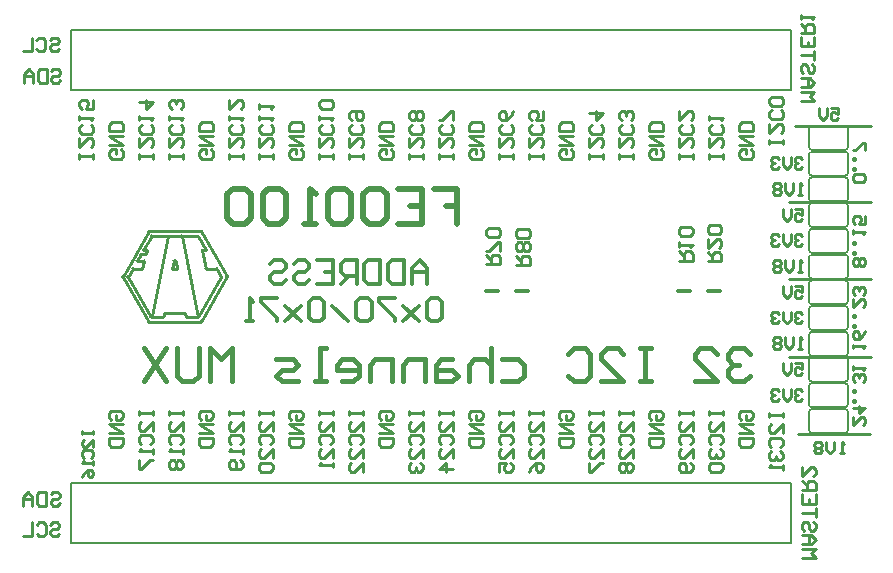
<source format=gbo>
G04*
G04 #@! TF.GenerationSoftware,Altium Limited,Altium Designer,19.1.8 (144)*
G04*
G04 Layer_Color=32896*
%FSLAX44Y44*%
%MOMM*%
G71*
G01*
G75*
%ADD12C,0.3048*%
%ADD14C,0.2000*%
%ADD15C,0.2540*%
%ADD27C,0.4000*%
%ADD28C,0.5000*%
%ADD30C,0.3000*%
%ADD37C,0.2032*%
%ADD38C,0.1270*%
D12*
X206163Y6502D02*
X216323D01*
X231140D02*
X241300D01*
X43434Y6350D02*
X53594D01*
X68411D02*
X78571D01*
D14*
X301900Y-206900D02*
Y-156100D01*
X-307700Y-206900D02*
Y-156100D01*
Y-206900D02*
X301900D01*
X-307700Y-156100D02*
X301900D01*
X-307700Y176500D02*
Y227300D01*
X301900Y176500D02*
Y227300D01*
X-307700D02*
X301900D01*
X-307700Y176500D02*
X301900D01*
D15*
X299974Y82042D02*
X369062D01*
X299974Y17018D02*
X369062D01*
X299974Y-49276D02*
X369062D01*
X305308Y146812D02*
X369062D01*
X307086Y-114046D02*
X368808D01*
X-242326Y57203D02*
X-198326Y57209D01*
X-176321Y19212D01*
X-198316Y-19291D02*
X-176321Y19212D01*
X-242316Y-19297D02*
X-198316Y-19291D01*
X-264321Y18700D02*
X-242316Y-19297D01*
X-264321Y18700D02*
X-242326Y57203D01*
X-239825Y53203D02*
X-200825Y53208D01*
X-193824Y41209D01*
X-196824Y41209D02*
X-193824Y41209D01*
X-196824Y41209D02*
X-193822Y25709D01*
X-184822Y25711D01*
X-180821Y18711D01*
X-200316Y-15292D02*
X-180821Y18711D01*
X-209816Y-15293D02*
X-200316Y-15292D01*
X-210316Y-15293D02*
X-209816Y-15293D01*
X-211816Y-12293D02*
X-210316Y-15293D01*
X-228817Y-12295D02*
X-211816Y-12293D01*
X-230316Y-15296D02*
X-228817Y-12295D01*
X-240316Y-15297D02*
X-230316Y-15296D01*
X-259821Y18700D02*
X-240316Y-15297D01*
X-259821Y18700D02*
X-255822Y25701D01*
X-248322Y25702D01*
X-246322Y32202D01*
X-252323Y32201D02*
X-246322Y32202D01*
X-252323Y32201D02*
X-248823Y37702D01*
X-244823Y37703D01*
X-243824Y41203D01*
X-246824Y41202D02*
X-243824Y41203D01*
X-246824Y41202D02*
X-239825Y53203D01*
X-239816Y-14797D02*
X-226325Y53205D01*
X-214325Y53207D02*
X-200316Y-15292D01*
X-222322Y25705D02*
X-218322Y25706D01*
X-219322Y32206D02*
X-218322Y25706D01*
X-220823Y32206D02*
X-219322Y32206D01*
X-222322Y25705D02*
X-220823Y32206D01*
X-298557Y-111760D02*
Y-114759D01*
Y-113259D01*
X-289560D01*
Y-111760D01*
Y-114759D01*
Y-125256D02*
Y-119258D01*
X-295558Y-125256D01*
X-297058D01*
X-298557Y-123756D01*
Y-120757D01*
X-297058Y-119258D01*
Y-134253D02*
X-298557Y-132753D01*
Y-129754D01*
X-297058Y-128255D01*
X-291059D01*
X-289560Y-129754D01*
Y-132753D01*
X-291059Y-134253D01*
X-289560Y-137252D02*
Y-140251D01*
Y-138751D01*
X-298557D01*
X-297058Y-137252D01*
X-298557Y-150747D02*
X-297058Y-147748D01*
X-294058Y-144749D01*
X-291059D01*
X-289560Y-146249D01*
Y-149248D01*
X-291059Y-150747D01*
X-292559D01*
X-294058Y-149248D01*
Y-144749D01*
X-250510Y-94488D02*
Y-98320D01*
Y-96404D01*
X-239014D01*
Y-94488D01*
Y-98320D01*
Y-111732D02*
Y-104068D01*
X-246678Y-111732D01*
X-248594D01*
X-250510Y-109816D01*
Y-105984D01*
X-248594Y-104068D01*
Y-123229D02*
X-250510Y-121313D01*
Y-117481D01*
X-248594Y-115564D01*
X-240930D01*
X-239014Y-117481D01*
Y-121313D01*
X-240930Y-123229D01*
X-239014Y-127061D02*
Y-130893D01*
Y-128977D01*
X-250510D01*
X-248594Y-127061D01*
X-250510Y-136641D02*
Y-144305D01*
X-248594D01*
X-240930Y-136641D01*
X-239014D01*
X-225110Y-94488D02*
Y-98320D01*
Y-96404D01*
X-213614D01*
Y-94488D01*
Y-98320D01*
Y-111732D02*
Y-104068D01*
X-221278Y-111732D01*
X-223194D01*
X-225110Y-109816D01*
Y-105984D01*
X-223194Y-104068D01*
Y-123229D02*
X-225110Y-121313D01*
Y-117481D01*
X-223194Y-115564D01*
X-215530D01*
X-213614Y-117481D01*
Y-121313D01*
X-215530Y-123229D01*
X-213614Y-127061D02*
Y-130893D01*
Y-128977D01*
X-225110D01*
X-223194Y-127061D01*
Y-136641D02*
X-225110Y-138557D01*
Y-142389D01*
X-223194Y-144305D01*
X-221278D01*
X-219362Y-142389D01*
X-217446Y-144305D01*
X-215530D01*
X-213614Y-142389D01*
Y-138557D01*
X-215530Y-136641D01*
X-217446D01*
X-219362Y-138557D01*
X-221278Y-136641D01*
X-223194D01*
X-219362Y-138557D02*
Y-142389D01*
X-174310Y-94488D02*
Y-98320D01*
Y-96404D01*
X-162814D01*
Y-94488D01*
Y-98320D01*
Y-111732D02*
Y-104068D01*
X-170478Y-111732D01*
X-172394D01*
X-174310Y-109816D01*
Y-105984D01*
X-172394Y-104068D01*
Y-123229D02*
X-174310Y-121313D01*
Y-117481D01*
X-172394Y-115564D01*
X-164730D01*
X-162814Y-117481D01*
Y-121313D01*
X-164730Y-123229D01*
X-162814Y-127061D02*
Y-130893D01*
Y-128977D01*
X-174310D01*
X-172394Y-127061D01*
X-164730Y-136641D02*
X-162814Y-138557D01*
Y-142389D01*
X-164730Y-144305D01*
X-172394D01*
X-174310Y-142389D01*
Y-138557D01*
X-172394Y-136641D01*
X-170478D01*
X-168562Y-138557D01*
Y-144305D01*
X-148910Y-94488D02*
Y-98320D01*
Y-96404D01*
X-137414D01*
Y-94488D01*
Y-98320D01*
Y-111732D02*
Y-104068D01*
X-145078Y-111732D01*
X-146994D01*
X-148910Y-109816D01*
Y-105984D01*
X-146994Y-104068D01*
Y-123229D02*
X-148910Y-121313D01*
Y-117481D01*
X-146994Y-115564D01*
X-139330D01*
X-137414Y-117481D01*
Y-121313D01*
X-139330Y-123229D01*
X-137414Y-134725D02*
Y-127061D01*
X-145078Y-134725D01*
X-146994D01*
X-148910Y-132809D01*
Y-128977D01*
X-146994Y-127061D01*
Y-138557D02*
X-148910Y-140473D01*
Y-144305D01*
X-146994Y-146221D01*
X-139330D01*
X-137414Y-144305D01*
Y-140473D01*
X-139330Y-138557D01*
X-146994D01*
X-98110Y-94488D02*
Y-98320D01*
Y-96404D01*
X-86614D01*
Y-94488D01*
Y-98320D01*
Y-111732D02*
Y-104068D01*
X-94278Y-111732D01*
X-96194D01*
X-98110Y-109816D01*
Y-105984D01*
X-96194Y-104068D01*
Y-123229D02*
X-98110Y-121313D01*
Y-117481D01*
X-96194Y-115564D01*
X-88530D01*
X-86614Y-117481D01*
Y-121313D01*
X-88530Y-123229D01*
X-86614Y-134725D02*
Y-127061D01*
X-94278Y-134725D01*
X-96194D01*
X-98110Y-132809D01*
Y-128977D01*
X-96194Y-127061D01*
X-86614Y-138557D02*
Y-142389D01*
Y-140473D01*
X-98110D01*
X-96194Y-138557D01*
X-72710Y-94488D02*
Y-98320D01*
Y-96404D01*
X-61214D01*
Y-94488D01*
Y-98320D01*
Y-111732D02*
Y-104068D01*
X-68878Y-111732D01*
X-70794D01*
X-72710Y-109816D01*
Y-105984D01*
X-70794Y-104068D01*
Y-123229D02*
X-72710Y-121313D01*
Y-117481D01*
X-70794Y-115564D01*
X-63130D01*
X-61214Y-117481D01*
Y-121313D01*
X-63130Y-123229D01*
X-61214Y-134725D02*
Y-127061D01*
X-68878Y-134725D01*
X-70794D01*
X-72710Y-132809D01*
Y-128977D01*
X-70794Y-127061D01*
X-61214Y-146221D02*
Y-138557D01*
X-68878Y-146221D01*
X-70794D01*
X-72710Y-144305D01*
Y-140473D01*
X-70794Y-138557D01*
X-21910Y-94488D02*
Y-98320D01*
Y-96404D01*
X-10414D01*
Y-94488D01*
Y-98320D01*
Y-111732D02*
Y-104068D01*
X-18078Y-111732D01*
X-19994D01*
X-21910Y-109816D01*
Y-105984D01*
X-19994Y-104068D01*
Y-123229D02*
X-21910Y-121313D01*
Y-117481D01*
X-19994Y-115564D01*
X-12330D01*
X-10414Y-117481D01*
Y-121313D01*
X-12330Y-123229D01*
X-10414Y-134725D02*
Y-127061D01*
X-18078Y-134725D01*
X-19994D01*
X-21910Y-132809D01*
Y-128977D01*
X-19994Y-127061D01*
Y-138557D02*
X-21910Y-140473D01*
Y-144305D01*
X-19994Y-146221D01*
X-18078D01*
X-16162Y-144305D01*
Y-142389D01*
Y-144305D01*
X-14246Y-146221D01*
X-12330D01*
X-10414Y-144305D01*
Y-140473D01*
X-12330Y-138557D01*
X3490Y-94488D02*
Y-98320D01*
Y-96404D01*
X14986D01*
Y-94488D01*
Y-98320D01*
Y-111732D02*
Y-104068D01*
X7322Y-111732D01*
X5406D01*
X3490Y-109816D01*
Y-105984D01*
X5406Y-104068D01*
Y-123229D02*
X3490Y-121313D01*
Y-117481D01*
X5406Y-115564D01*
X13070D01*
X14986Y-117481D01*
Y-121313D01*
X13070Y-123229D01*
X14986Y-134725D02*
Y-127061D01*
X7322Y-134725D01*
X5406D01*
X3490Y-132809D01*
Y-128977D01*
X5406Y-127061D01*
X14986Y-144305D02*
X3490D01*
X9238Y-138557D01*
Y-146221D01*
X54290Y-94488D02*
Y-98320D01*
Y-96404D01*
X65786D01*
Y-94488D01*
Y-98320D01*
Y-111732D02*
Y-104068D01*
X58122Y-111732D01*
X56206D01*
X54290Y-109816D01*
Y-105984D01*
X56206Y-104068D01*
Y-123229D02*
X54290Y-121313D01*
Y-117481D01*
X56206Y-115564D01*
X63870D01*
X65786Y-117481D01*
Y-121313D01*
X63870Y-123229D01*
X65786Y-134725D02*
Y-127061D01*
X58122Y-134725D01*
X56206D01*
X54290Y-132809D01*
Y-128977D01*
X56206Y-127061D01*
X54290Y-146221D02*
Y-138557D01*
X60038D01*
X58122Y-142389D01*
Y-144305D01*
X60038Y-146221D01*
X63870D01*
X65786Y-144305D01*
Y-140473D01*
X63870Y-138557D01*
X79690Y-94488D02*
Y-98320D01*
Y-96404D01*
X91186D01*
Y-94488D01*
Y-98320D01*
Y-111732D02*
Y-104068D01*
X83522Y-111732D01*
X81606D01*
X79690Y-109816D01*
Y-105984D01*
X81606Y-104068D01*
Y-123229D02*
X79690Y-121313D01*
Y-117481D01*
X81606Y-115564D01*
X89270D01*
X91186Y-117481D01*
Y-121313D01*
X89270Y-123229D01*
X91186Y-134725D02*
Y-127061D01*
X83522Y-134725D01*
X81606D01*
X79690Y-132809D01*
Y-128977D01*
X81606Y-127061D01*
X79690Y-146221D02*
X81606Y-142389D01*
X85438Y-138557D01*
X89270D01*
X91186Y-140473D01*
Y-144305D01*
X89270Y-146221D01*
X87354D01*
X85438Y-144305D01*
Y-138557D01*
X130490Y-94488D02*
Y-98320D01*
Y-96404D01*
X141986D01*
Y-94488D01*
Y-98320D01*
Y-111732D02*
Y-104068D01*
X134322Y-111732D01*
X132406D01*
X130490Y-109816D01*
Y-105984D01*
X132406Y-104068D01*
Y-123229D02*
X130490Y-121313D01*
Y-117481D01*
X132406Y-115564D01*
X140070D01*
X141986Y-117481D01*
Y-121313D01*
X140070Y-123229D01*
X141986Y-134725D02*
Y-127061D01*
X134322Y-134725D01*
X132406D01*
X130490Y-132809D01*
Y-128977D01*
X132406Y-127061D01*
X130490Y-138557D02*
Y-146221D01*
X132406D01*
X140070Y-138557D01*
X141986D01*
X155890Y-94488D02*
Y-98320D01*
Y-96404D01*
X167386D01*
Y-94488D01*
Y-98320D01*
Y-111732D02*
Y-104068D01*
X159722Y-111732D01*
X157806D01*
X155890Y-109816D01*
Y-105984D01*
X157806Y-104068D01*
Y-123229D02*
X155890Y-121313D01*
Y-117481D01*
X157806Y-115564D01*
X165470D01*
X167386Y-117481D01*
Y-121313D01*
X165470Y-123229D01*
X167386Y-134725D02*
Y-127061D01*
X159722Y-134725D01*
X157806D01*
X155890Y-132809D01*
Y-128977D01*
X157806Y-127061D01*
Y-138557D02*
X155890Y-140473D01*
Y-144305D01*
X157806Y-146221D01*
X159722D01*
X161638Y-144305D01*
X163554Y-146221D01*
X165470D01*
X167386Y-144305D01*
Y-140473D01*
X165470Y-138557D01*
X163554D01*
X161638Y-140473D01*
X159722Y-138557D01*
X157806D01*
X161638Y-140473D02*
Y-144305D01*
X206690Y-94488D02*
Y-98320D01*
Y-96404D01*
X218186D01*
Y-94488D01*
Y-98320D01*
Y-111732D02*
Y-104068D01*
X210522Y-111732D01*
X208606D01*
X206690Y-109816D01*
Y-105984D01*
X208606Y-104068D01*
Y-123229D02*
X206690Y-121313D01*
Y-117481D01*
X208606Y-115564D01*
X216270D01*
X218186Y-117481D01*
Y-121313D01*
X216270Y-123229D01*
X218186Y-134725D02*
Y-127061D01*
X210522Y-134725D01*
X208606D01*
X206690Y-132809D01*
Y-128977D01*
X208606Y-127061D01*
X216270Y-138557D02*
X218186Y-140473D01*
Y-144305D01*
X216270Y-146221D01*
X208606D01*
X206690Y-144305D01*
Y-140473D01*
X208606Y-138557D01*
X210522D01*
X212438Y-140473D01*
Y-146221D01*
X232090Y-94488D02*
Y-98320D01*
Y-96404D01*
X243586D01*
Y-94488D01*
Y-98320D01*
Y-111732D02*
Y-104068D01*
X235922Y-111732D01*
X234006D01*
X232090Y-109816D01*
Y-105984D01*
X234006Y-104068D01*
Y-123229D02*
X232090Y-121313D01*
Y-117481D01*
X234006Y-115564D01*
X241670D01*
X243586Y-117481D01*
Y-121313D01*
X241670Y-123229D01*
X234006Y-127061D02*
X232090Y-128977D01*
Y-132809D01*
X234006Y-134725D01*
X235922D01*
X237838Y-132809D01*
Y-130893D01*
Y-132809D01*
X239754Y-134725D01*
X241670D01*
X243586Y-132809D01*
Y-128977D01*
X241670Y-127061D01*
X234006Y-138557D02*
X232090Y-140473D01*
Y-144305D01*
X234006Y-146221D01*
X241670D01*
X243586Y-144305D01*
Y-140473D01*
X241670Y-138557D01*
X234006D01*
X282890Y-96520D02*
Y-100352D01*
Y-98436D01*
X294386D01*
Y-96520D01*
Y-100352D01*
Y-113764D02*
Y-106100D01*
X286722Y-113764D01*
X284806D01*
X282890Y-111848D01*
Y-108016D01*
X284806Y-106100D01*
Y-125261D02*
X282890Y-123345D01*
Y-119513D01*
X284806Y-117597D01*
X292470D01*
X294386Y-119513D01*
Y-123345D01*
X292470Y-125261D01*
X284806Y-129093D02*
X282890Y-131009D01*
Y-134841D01*
X284806Y-136757D01*
X286722D01*
X288638Y-134841D01*
Y-132925D01*
Y-134841D01*
X290554Y-136757D01*
X292470D01*
X294386Y-134841D01*
Y-131009D01*
X292470Y-129093D01*
X294386Y-140589D02*
Y-144421D01*
Y-142505D01*
X282890D01*
X284806Y-140589D01*
X-273994Y-102152D02*
X-275910Y-100236D01*
Y-96404D01*
X-273994Y-94488D01*
X-266330D01*
X-264414Y-96404D01*
Y-100236D01*
X-266330Y-102152D01*
X-270162D01*
Y-98320D01*
X-264414Y-105984D02*
X-275910D01*
X-264414Y-113649D01*
X-275910D01*
Y-117481D02*
X-264414D01*
Y-123229D01*
X-266330Y-125145D01*
X-273994D01*
X-275910Y-123229D01*
Y-117481D01*
X-197794Y-102152D02*
X-199710Y-100236D01*
Y-96404D01*
X-197794Y-94488D01*
X-190130D01*
X-188214Y-96404D01*
Y-100236D01*
X-190130Y-102152D01*
X-193962D01*
Y-98320D01*
X-188214Y-105984D02*
X-199710D01*
X-188214Y-113649D01*
X-199710D01*
Y-117481D02*
X-188214D01*
Y-123229D01*
X-190130Y-125145D01*
X-197794D01*
X-199710Y-123229D01*
Y-117481D01*
X-121594Y-102152D02*
X-123510Y-100236D01*
Y-96404D01*
X-121594Y-94488D01*
X-113930D01*
X-112014Y-96404D01*
Y-100236D01*
X-113930Y-102152D01*
X-117762D01*
Y-98320D01*
X-112014Y-105984D02*
X-123510D01*
X-112014Y-113649D01*
X-123510D01*
Y-117481D02*
X-112014D01*
Y-123229D01*
X-113930Y-125145D01*
X-121594D01*
X-123510Y-123229D01*
Y-117481D01*
X-45394Y-102152D02*
X-47310Y-100236D01*
Y-96404D01*
X-45394Y-94488D01*
X-37730D01*
X-35814Y-96404D01*
Y-100236D01*
X-37730Y-102152D01*
X-41562D01*
Y-98320D01*
X-35814Y-105984D02*
X-47310D01*
X-35814Y-113649D01*
X-47310D01*
Y-117481D02*
X-35814D01*
Y-123229D01*
X-37730Y-125145D01*
X-45394D01*
X-47310Y-123229D01*
Y-117481D01*
X30806Y-102152D02*
X28890Y-100236D01*
Y-96404D01*
X30806Y-94488D01*
X38470D01*
X40386Y-96404D01*
Y-100236D01*
X38470Y-102152D01*
X34638D01*
Y-98320D01*
X40386Y-105984D02*
X28890D01*
X40386Y-113649D01*
X28890D01*
Y-117481D02*
X40386D01*
Y-123229D01*
X38470Y-125145D01*
X30806D01*
X28890Y-123229D01*
Y-117481D01*
X107006Y-102152D02*
X105090Y-100236D01*
Y-96404D01*
X107006Y-94488D01*
X114670D01*
X116586Y-96404D01*
Y-100236D01*
X114670Y-102152D01*
X110838D01*
Y-98320D01*
X116586Y-105984D02*
X105090D01*
X116586Y-113649D01*
X105090D01*
Y-117481D02*
X116586D01*
Y-123229D01*
X114670Y-125145D01*
X107006D01*
X105090Y-123229D01*
Y-117481D01*
X183206Y-102152D02*
X181290Y-100236D01*
Y-96404D01*
X183206Y-94488D01*
X190870D01*
X192786Y-96404D01*
Y-100236D01*
X190870Y-102152D01*
X187038D01*
Y-98320D01*
X192786Y-105984D02*
X181290D01*
X192786Y-113649D01*
X181290D01*
Y-117481D02*
X192786D01*
Y-123229D01*
X190870Y-125145D01*
X183206D01*
X181290Y-123229D01*
Y-117481D01*
X259406Y-102152D02*
X257490Y-100236D01*
Y-96404D01*
X259406Y-94488D01*
X267070D01*
X268986Y-96404D01*
Y-100236D01*
X267070Y-102152D01*
X263238D01*
Y-98320D01*
X268986Y-105984D02*
X257490D01*
X268986Y-113649D01*
X257490D01*
Y-117481D02*
X268986D01*
Y-123229D01*
X267070Y-125145D01*
X259406D01*
X257490Y-123229D01*
Y-117481D01*
X-266010Y126536D02*
X-264094Y124620D01*
Y120788D01*
X-266010Y118872D01*
X-273674D01*
X-275590Y120788D01*
Y124620D01*
X-273674Y126536D01*
X-269842D01*
Y122704D01*
X-275590Y130368D02*
X-264094D01*
X-275590Y138033D01*
X-264094D01*
Y141865D02*
X-275590D01*
Y147613D01*
X-273674Y149529D01*
X-266010D01*
X-264094Y147613D01*
Y141865D01*
X-189810Y126536D02*
X-187894Y124620D01*
Y120788D01*
X-189810Y118872D01*
X-197474D01*
X-199390Y120788D01*
Y124620D01*
X-197474Y126536D01*
X-193642D01*
Y122704D01*
X-199390Y130368D02*
X-187894D01*
X-199390Y138033D01*
X-187894D01*
Y141865D02*
X-199390D01*
Y147613D01*
X-197474Y149529D01*
X-189810D01*
X-187894Y147613D01*
Y141865D01*
X-113610Y126536D02*
X-111694Y124620D01*
Y120788D01*
X-113610Y118872D01*
X-121274D01*
X-123190Y120788D01*
Y124620D01*
X-121274Y126536D01*
X-117442D01*
Y122704D01*
X-123190Y130368D02*
X-111694D01*
X-123190Y138033D01*
X-111694D01*
Y141865D02*
X-123190D01*
Y147613D01*
X-121274Y149529D01*
X-113610D01*
X-111694Y147613D01*
Y141865D01*
X-37410Y126536D02*
X-35494Y124620D01*
Y120788D01*
X-37410Y118872D01*
X-45074D01*
X-46990Y120788D01*
Y124620D01*
X-45074Y126536D01*
X-41242D01*
Y122704D01*
X-46990Y130368D02*
X-35494D01*
X-46990Y138033D01*
X-35494D01*
Y141865D02*
X-46990D01*
Y147613D01*
X-45074Y149529D01*
X-37410D01*
X-35494Y147613D01*
Y141865D01*
X38790Y126536D02*
X40706Y124620D01*
Y120788D01*
X38790Y118872D01*
X31126D01*
X29210Y120788D01*
Y124620D01*
X31126Y126536D01*
X34958D01*
Y122704D01*
X29210Y130368D02*
X40706D01*
X29210Y138033D01*
X40706D01*
Y141865D02*
X29210D01*
Y147613D01*
X31126Y149529D01*
X38790D01*
X40706Y147613D01*
Y141865D01*
X114990Y126536D02*
X116906Y124620D01*
Y120788D01*
X114990Y118872D01*
X107326D01*
X105410Y120788D01*
Y124620D01*
X107326Y126536D01*
X111158D01*
Y122704D01*
X105410Y130368D02*
X116906D01*
X105410Y138033D01*
X116906D01*
Y141865D02*
X105410D01*
Y147613D01*
X107326Y149529D01*
X114990D01*
X116906Y147613D01*
Y141865D01*
X191190Y126536D02*
X193106Y124620D01*
Y120788D01*
X191190Y118872D01*
X183526D01*
X181610Y120788D01*
Y124620D01*
X183526Y126536D01*
X187358D01*
Y122704D01*
X181610Y130368D02*
X193106D01*
X181610Y138033D01*
X193106D01*
Y141865D02*
X181610D01*
Y147613D01*
X183526Y149529D01*
X191190D01*
X193106Y147613D01*
Y141865D01*
X267390Y126536D02*
X269306Y124620D01*
Y120788D01*
X267390Y118872D01*
X259726D01*
X257810Y120788D01*
Y124620D01*
X259726Y126536D01*
X263558D01*
Y122704D01*
X257810Y130368D02*
X269306D01*
X257810Y138033D01*
X269306D01*
Y141865D02*
X257810D01*
Y147613D01*
X259726Y149529D01*
X267390D01*
X269306Y147613D01*
Y141865D01*
X-289494Y118872D02*
Y122704D01*
Y120788D01*
X-300990D01*
Y118872D01*
Y122704D01*
Y136116D02*
Y128452D01*
X-293326Y136116D01*
X-291410D01*
X-289494Y134200D01*
Y130368D01*
X-291410Y128452D01*
Y147613D02*
X-289494Y145697D01*
Y141865D01*
X-291410Y139949D01*
X-299074D01*
X-300990Y141865D01*
Y145697D01*
X-299074Y147613D01*
X-300990Y151445D02*
Y155277D01*
Y153361D01*
X-289494D01*
X-291410Y151445D01*
X-289494Y168689D02*
Y161025D01*
X-295242D01*
X-293326Y164857D01*
Y166773D01*
X-295242Y168689D01*
X-299074D01*
X-300990Y166773D01*
Y162941D01*
X-299074Y161025D01*
X-238694Y118872D02*
Y122704D01*
Y120788D01*
X-250190D01*
Y118872D01*
Y122704D01*
Y136116D02*
Y128452D01*
X-242526Y136116D01*
X-240610D01*
X-238694Y134200D01*
Y130368D01*
X-240610Y128452D01*
Y147613D02*
X-238694Y145697D01*
Y141865D01*
X-240610Y139949D01*
X-248274D01*
X-250190Y141865D01*
Y145697D01*
X-248274Y147613D01*
X-250190Y151445D02*
Y155277D01*
Y153361D01*
X-238694D01*
X-240610Y151445D01*
X-250190Y166773D02*
X-238694D01*
X-244442Y161025D01*
Y168689D01*
X-213294Y118872D02*
Y122704D01*
Y120788D01*
X-224790D01*
Y118872D01*
Y122704D01*
Y136116D02*
Y128452D01*
X-217126Y136116D01*
X-215210D01*
X-213294Y134200D01*
Y130368D01*
X-215210Y128452D01*
Y147613D02*
X-213294Y145697D01*
Y141865D01*
X-215210Y139949D01*
X-222874D01*
X-224790Y141865D01*
Y145697D01*
X-222874Y147613D01*
X-224790Y151445D02*
Y155277D01*
Y153361D01*
X-213294D01*
X-215210Y151445D01*
Y161025D02*
X-213294Y162941D01*
Y166773D01*
X-215210Y168689D01*
X-217126D01*
X-219042Y166773D01*
Y164857D01*
Y166773D01*
X-220958Y168689D01*
X-222874D01*
X-224790Y166773D01*
Y162941D01*
X-222874Y161025D01*
X-162494Y118872D02*
Y122704D01*
Y120788D01*
X-173990D01*
Y118872D01*
Y122704D01*
Y136116D02*
Y128452D01*
X-166326Y136116D01*
X-164410D01*
X-162494Y134200D01*
Y130368D01*
X-164410Y128452D01*
Y147613D02*
X-162494Y145697D01*
Y141865D01*
X-164410Y139949D01*
X-172074D01*
X-173990Y141865D01*
Y145697D01*
X-172074Y147613D01*
X-173990Y151445D02*
Y155277D01*
Y153361D01*
X-162494D01*
X-164410Y151445D01*
X-173990Y168689D02*
Y161025D01*
X-166326Y168689D01*
X-164410D01*
X-162494Y166773D01*
Y162941D01*
X-164410Y161025D01*
X-137094Y118872D02*
Y122704D01*
Y120788D01*
X-148590D01*
Y118872D01*
Y122704D01*
Y136116D02*
Y128452D01*
X-140926Y136116D01*
X-139010D01*
X-137094Y134200D01*
Y130368D01*
X-139010Y128452D01*
Y147613D02*
X-137094Y145697D01*
Y141865D01*
X-139010Y139949D01*
X-146674D01*
X-148590Y141865D01*
Y145697D01*
X-146674Y147613D01*
X-148590Y151445D02*
Y155277D01*
Y153361D01*
X-137094D01*
X-139010Y151445D01*
X-148590Y161025D02*
Y164857D01*
Y162941D01*
X-137094D01*
X-139010Y161025D01*
X-86294Y118872D02*
Y122704D01*
Y120788D01*
X-97790D01*
Y118872D01*
Y122704D01*
Y136116D02*
Y128452D01*
X-90126Y136116D01*
X-88210D01*
X-86294Y134200D01*
Y130368D01*
X-88210Y128452D01*
Y147613D02*
X-86294Y145697D01*
Y141865D01*
X-88210Y139949D01*
X-95874D01*
X-97790Y141865D01*
Y145697D01*
X-95874Y147613D01*
X-97790Y151445D02*
Y155277D01*
Y153361D01*
X-86294D01*
X-88210Y151445D01*
Y161025D02*
X-86294Y162941D01*
Y166773D01*
X-88210Y168689D01*
X-95874D01*
X-97790Y166773D01*
Y162941D01*
X-95874Y161025D01*
X-88210D01*
X-60894Y118872D02*
Y122704D01*
Y120788D01*
X-72390D01*
Y118872D01*
Y122704D01*
Y136116D02*
Y128452D01*
X-64726Y136116D01*
X-62810D01*
X-60894Y134200D01*
Y130368D01*
X-62810Y128452D01*
Y147613D02*
X-60894Y145697D01*
Y141865D01*
X-62810Y139949D01*
X-70474D01*
X-72390Y141865D01*
Y145697D01*
X-70474Y147613D01*
Y151445D02*
X-72390Y153361D01*
Y157193D01*
X-70474Y159109D01*
X-62810D01*
X-60894Y157193D01*
Y153361D01*
X-62810Y151445D01*
X-64726D01*
X-66642Y153361D01*
Y159109D01*
X-10094Y118872D02*
Y122704D01*
Y120788D01*
X-21590D01*
Y118872D01*
Y122704D01*
Y136116D02*
Y128452D01*
X-13926Y136116D01*
X-12010D01*
X-10094Y134200D01*
Y130368D01*
X-12010Y128452D01*
Y147613D02*
X-10094Y145697D01*
Y141865D01*
X-12010Y139949D01*
X-19674D01*
X-21590Y141865D01*
Y145697D01*
X-19674Y147613D01*
X-12010Y151445D02*
X-10094Y153361D01*
Y157193D01*
X-12010Y159109D01*
X-13926D01*
X-15842Y157193D01*
X-17758Y159109D01*
X-19674D01*
X-21590Y157193D01*
Y153361D01*
X-19674Y151445D01*
X-17758D01*
X-15842Y153361D01*
X-13926Y151445D01*
X-12010D01*
X-15842Y153361D02*
Y157193D01*
X15306Y118872D02*
Y122704D01*
Y120788D01*
X3810D01*
Y118872D01*
Y122704D01*
Y136116D02*
Y128452D01*
X11474Y136116D01*
X13390D01*
X15306Y134200D01*
Y130368D01*
X13390Y128452D01*
Y147613D02*
X15306Y145697D01*
Y141865D01*
X13390Y139949D01*
X5726D01*
X3810Y141865D01*
Y145697D01*
X5726Y147613D01*
X15306Y151445D02*
Y159109D01*
X13390D01*
X5726Y151445D01*
X3810D01*
X66106Y118872D02*
Y122704D01*
Y120788D01*
X54610D01*
Y118872D01*
Y122704D01*
Y136116D02*
Y128452D01*
X62274Y136116D01*
X64190D01*
X66106Y134200D01*
Y130368D01*
X64190Y128452D01*
Y147613D02*
X66106Y145697D01*
Y141865D01*
X64190Y139949D01*
X56526D01*
X54610Y141865D01*
Y145697D01*
X56526Y147613D01*
X66106Y159109D02*
X64190Y155277D01*
X60358Y151445D01*
X56526D01*
X54610Y153361D01*
Y157193D01*
X56526Y159109D01*
X58442D01*
X60358Y157193D01*
Y151445D01*
X91506Y118872D02*
Y122704D01*
Y120788D01*
X80010D01*
Y118872D01*
Y122704D01*
Y136116D02*
Y128452D01*
X87674Y136116D01*
X89590D01*
X91506Y134200D01*
Y130368D01*
X89590Y128452D01*
Y147613D02*
X91506Y145697D01*
Y141865D01*
X89590Y139949D01*
X81926D01*
X80010Y141865D01*
Y145697D01*
X81926Y147613D01*
X91506Y159109D02*
Y151445D01*
X85758D01*
X87674Y155277D01*
Y157193D01*
X85758Y159109D01*
X81926D01*
X80010Y157193D01*
Y153361D01*
X81926Y151445D01*
X142306Y118872D02*
Y122704D01*
Y120788D01*
X130810D01*
Y118872D01*
Y122704D01*
Y136116D02*
Y128452D01*
X138474Y136116D01*
X140390D01*
X142306Y134200D01*
Y130368D01*
X140390Y128452D01*
Y147613D02*
X142306Y145697D01*
Y141865D01*
X140390Y139949D01*
X132726D01*
X130810Y141865D01*
Y145697D01*
X132726Y147613D01*
X130810Y157193D02*
X142306D01*
X136558Y151445D01*
Y159109D01*
X167706Y118872D02*
Y122704D01*
Y120788D01*
X156210D01*
Y118872D01*
Y122704D01*
Y136116D02*
Y128452D01*
X163874Y136116D01*
X165790D01*
X167706Y134200D01*
Y130368D01*
X165790Y128452D01*
Y147613D02*
X167706Y145697D01*
Y141865D01*
X165790Y139949D01*
X158126D01*
X156210Y141865D01*
Y145697D01*
X158126Y147613D01*
X165790Y151445D02*
X167706Y153361D01*
Y157193D01*
X165790Y159109D01*
X163874D01*
X161958Y157193D01*
Y155277D01*
Y157193D01*
X160042Y159109D01*
X158126D01*
X156210Y157193D01*
Y153361D01*
X158126Y151445D01*
X218506Y118872D02*
Y122704D01*
Y120788D01*
X207010D01*
Y118872D01*
Y122704D01*
Y136116D02*
Y128452D01*
X214674Y136116D01*
X216590D01*
X218506Y134200D01*
Y130368D01*
X216590Y128452D01*
Y147613D02*
X218506Y145697D01*
Y141865D01*
X216590Y139949D01*
X208926D01*
X207010Y141865D01*
Y145697D01*
X208926Y147613D01*
X207010Y159109D02*
Y151445D01*
X214674Y159109D01*
X216590D01*
X218506Y157193D01*
Y153361D01*
X216590Y151445D01*
X243906Y118872D02*
Y122704D01*
Y120788D01*
X232410D01*
Y118872D01*
Y122704D01*
Y136116D02*
Y128452D01*
X240074Y136116D01*
X241990D01*
X243906Y134200D01*
Y130368D01*
X241990Y128452D01*
Y147613D02*
X243906Y145697D01*
Y141865D01*
X241990Y139949D01*
X234326D01*
X232410Y141865D01*
Y145697D01*
X234326Y147613D01*
X232410Y151445D02*
Y155277D01*
Y153361D01*
X243906D01*
X241990Y151445D01*
X294706Y131064D02*
Y134896D01*
Y132980D01*
X283210D01*
Y131064D01*
Y134896D01*
Y148308D02*
Y140644D01*
X290874Y148308D01*
X292790D01*
X294706Y146392D01*
Y142560D01*
X292790Y140644D01*
Y159805D02*
X294706Y157889D01*
Y154057D01*
X292790Y152141D01*
X285126D01*
X283210Y154057D01*
Y157889D01*
X285126Y159805D01*
X292790Y163637D02*
X294706Y165553D01*
Y169385D01*
X292790Y171301D01*
X285126D01*
X283210Y169385D01*
Y165553D01*
X285126Y163637D01*
X292790D01*
X-325672Y-191080D02*
X-323756Y-189164D01*
X-319924D01*
X-318008Y-191080D01*
Y-192996D01*
X-319924Y-194912D01*
X-323756D01*
X-325672Y-196828D01*
Y-198744D01*
X-323756Y-200660D01*
X-319924D01*
X-318008Y-198744D01*
X-337169Y-191080D02*
X-335252Y-189164D01*
X-331420D01*
X-329504Y-191080D01*
Y-198744D01*
X-331420Y-200660D01*
X-335252D01*
X-337169Y-198744D01*
X-341001Y-189164D02*
Y-200660D01*
X-348665D01*
X-325926Y219384D02*
X-324010Y221300D01*
X-320178D01*
X-318262Y219384D01*
Y217468D01*
X-320178Y215552D01*
X-324010D01*
X-325926Y213636D01*
Y211720D01*
X-324010Y209804D01*
X-320178D01*
X-318262Y211720D01*
X-337422Y219384D02*
X-335506Y221300D01*
X-331674D01*
X-329758Y219384D01*
Y211720D01*
X-331674Y209804D01*
X-335506D01*
X-337422Y211720D01*
X-341255Y221300D02*
Y209804D01*
X-348919D01*
X-325418Y-165426D02*
X-323502Y-163510D01*
X-319670D01*
X-317754Y-165426D01*
Y-167342D01*
X-319670Y-169258D01*
X-323502D01*
X-325418Y-171174D01*
Y-173090D01*
X-323502Y-175006D01*
X-319670D01*
X-317754Y-173090D01*
X-329250Y-163510D02*
Y-175006D01*
X-334998D01*
X-336914Y-173090D01*
Y-165426D01*
X-334998Y-163510D01*
X-329250D01*
X-340747Y-175006D02*
Y-167342D01*
X-344579Y-163510D01*
X-348411Y-167342D01*
Y-175006D01*
Y-169258D01*
X-340747D01*
X-324910Y192714D02*
X-322994Y194630D01*
X-319162D01*
X-317246Y192714D01*
Y190798D01*
X-319162Y188882D01*
X-322994D01*
X-324910Y186966D01*
Y185050D01*
X-322994Y183134D01*
X-319162D01*
X-317246Y185050D01*
X-328742Y194630D02*
Y183134D01*
X-334490D01*
X-336407Y185050D01*
Y192714D01*
X-334490Y194630D01*
X-328742D01*
X-340239Y183134D02*
Y190798D01*
X-344071Y194630D01*
X-347903Y190798D01*
Y183134D01*
Y188882D01*
X-340239D01*
X362661Y99060D02*
X364327Y100726D01*
Y104058D01*
X362661Y105724D01*
X355996D01*
X354330Y104058D01*
Y100726D01*
X355996Y99060D01*
X362661D01*
X354330Y109057D02*
X355996D01*
Y110723D01*
X354330D01*
Y109057D01*
Y117387D02*
X355996D01*
Y119054D01*
X354330D01*
Y117387D01*
X364327Y125718D02*
Y132383D01*
X362661D01*
X355996Y125718D01*
X354330D01*
X362661Y28194D02*
X364327Y29860D01*
Y33192D01*
X362661Y34859D01*
X360994D01*
X359328Y33192D01*
X357662Y34859D01*
X355996D01*
X354330Y33192D01*
Y29860D01*
X355996Y28194D01*
X357662D01*
X359328Y29860D01*
X360994Y28194D01*
X362661D01*
X359328Y29860D02*
Y33192D01*
X354330Y38191D02*
X355996D01*
Y39857D01*
X354330D01*
Y38191D01*
Y46521D02*
X355996D01*
Y48188D01*
X354330D01*
Y46521D01*
Y54852D02*
Y58184D01*
Y56518D01*
X364327D01*
X362661Y54852D01*
X364327Y69847D02*
Y63183D01*
X359328D01*
X360994Y66515D01*
Y68181D01*
X359328Y69847D01*
X355996D01*
X354330Y68181D01*
Y64849D01*
X355996Y63183D01*
X354330Y-41910D02*
Y-38578D01*
Y-40244D01*
X364327D01*
X362661Y-41910D01*
X364327Y-26915D02*
X362661Y-30247D01*
X359328Y-33579D01*
X355996D01*
X354330Y-31913D01*
Y-28581D01*
X355996Y-26915D01*
X357662D01*
X359328Y-28581D01*
Y-33579D01*
X354330Y-23583D02*
X355996D01*
Y-21916D01*
X354330D01*
Y-23583D01*
Y-15252D02*
X355996D01*
Y-13586D01*
X354330D01*
Y-15252D01*
Y-257D02*
Y-6921D01*
X360994Y-257D01*
X362661D01*
X364327Y-1923D01*
Y-5255D01*
X362661Y-6921D01*
Y3076D02*
X364327Y4742D01*
Y8074D01*
X362661Y9740D01*
X360994D01*
X359328Y8074D01*
Y6408D01*
Y8074D01*
X357662Y9740D01*
X355996D01*
X354330Y8074D01*
Y4742D01*
X355996Y3076D01*
X354330Y-100269D02*
Y-106934D01*
X360994Y-100269D01*
X362661D01*
X364327Y-101936D01*
Y-105268D01*
X362661Y-106934D01*
X354330Y-91939D02*
X364327D01*
X359328Y-96937D01*
Y-90273D01*
X354330Y-86940D02*
X355996D01*
Y-85274D01*
X354330D01*
Y-86940D01*
Y-78610D02*
X355996D01*
Y-76944D01*
X354330D01*
Y-78610D01*
X362661Y-70279D02*
X364327Y-68613D01*
Y-65281D01*
X362661Y-63615D01*
X360994D01*
X359328Y-65281D01*
Y-66947D01*
Y-65281D01*
X357662Y-63615D01*
X355996D01*
X354330Y-65281D01*
Y-68613D01*
X355996Y-70279D01*
X354330Y-60282D02*
Y-56950D01*
Y-58616D01*
X364327D01*
X362661Y-60282D01*
X304485Y76403D02*
X311150D01*
Y71405D01*
X307818Y73071D01*
X306152D01*
X304485Y71405D01*
Y68073D01*
X306152Y66407D01*
X309484D01*
X311150Y68073D01*
X301153Y76403D02*
Y69739D01*
X297821Y66407D01*
X294489Y69739D01*
Y76403D01*
X304485Y11041D02*
X311150D01*
Y6043D01*
X307818Y7709D01*
X306152D01*
X304485Y6043D01*
Y2710D01*
X306152Y1044D01*
X309484D01*
X311150Y2710D01*
X301153Y11041D02*
Y4376D01*
X297821Y1044D01*
X294489Y4376D01*
Y11041D01*
X304485Y-54322D02*
X311150D01*
Y-59320D01*
X307818Y-57654D01*
X306152D01*
X304485Y-59320D01*
Y-62652D01*
X306152Y-64318D01*
X309484D01*
X311150Y-62652D01*
X301153Y-54322D02*
Y-60986D01*
X297821Y-64318D01*
X294489Y-60986D01*
Y-54322D01*
X334966Y161635D02*
X341630D01*
Y156636D01*
X338298Y158302D01*
X336632D01*
X334966Y156636D01*
Y153304D01*
X336632Y151638D01*
X339964D01*
X341630Y153304D01*
X331633Y161635D02*
Y154970D01*
X328301Y151638D01*
X324969Y154970D01*
Y161635D01*
X311150Y52950D02*
X309484Y54616D01*
X306152D01*
X304485Y52950D01*
Y51284D01*
X306152Y49618D01*
X307818D01*
X306152D01*
X304485Y47951D01*
Y46285D01*
X306152Y44619D01*
X309484D01*
X311150Y46285D01*
X301153Y54616D02*
Y47951D01*
X297821Y44619D01*
X294489Y47951D01*
Y54616D01*
X291156Y52950D02*
X289490Y54616D01*
X286158D01*
X284492Y52950D01*
Y51284D01*
X286158Y49618D01*
X287824D01*
X286158D01*
X284492Y47951D01*
Y46285D01*
X286158Y44619D01*
X289490D01*
X291156Y46285D01*
X311150Y-12413D02*
X309484Y-10747D01*
X306152D01*
X304485Y-12413D01*
Y-14079D01*
X306152Y-15745D01*
X307818D01*
X306152D01*
X304485Y-17411D01*
Y-19077D01*
X306152Y-20743D01*
X309484D01*
X311150Y-19077D01*
X301153Y-10747D02*
Y-17411D01*
X297821Y-20743D01*
X294489Y-17411D01*
Y-10747D01*
X291156Y-12413D02*
X289490Y-10747D01*
X286158D01*
X284492Y-12413D01*
Y-14079D01*
X286158Y-15745D01*
X287824D01*
X286158D01*
X284492Y-17411D01*
Y-19077D01*
X286158Y-20743D01*
X289490D01*
X291156Y-19077D01*
X311150Y-77775D02*
X309484Y-76109D01*
X306152D01*
X304485Y-77775D01*
Y-79441D01*
X306152Y-81108D01*
X307818D01*
X306152D01*
X304485Y-82774D01*
Y-84440D01*
X306152Y-86106D01*
X309484D01*
X311150Y-84440D01*
X301153Y-76109D02*
Y-82774D01*
X297821Y-86106D01*
X294489Y-82774D01*
Y-76109D01*
X291156Y-77775D02*
X289490Y-76109D01*
X286158D01*
X284492Y-77775D01*
Y-79441D01*
X286158Y-81108D01*
X287824D01*
X286158D01*
X284492Y-82774D01*
Y-84440D01*
X286158Y-86106D01*
X289490D01*
X291156Y-84440D01*
X311150Y118313D02*
X309484Y119979D01*
X306152D01*
X304485Y118313D01*
Y116646D01*
X306152Y114980D01*
X307818D01*
X306152D01*
X304485Y113314D01*
Y111648D01*
X306152Y109982D01*
X309484D01*
X311150Y111648D01*
X301153Y119979D02*
Y113314D01*
X297821Y109982D01*
X294489Y113314D01*
Y119979D01*
X291156Y118313D02*
X289490Y119979D01*
X286158D01*
X284492Y118313D01*
Y116646D01*
X286158Y114980D01*
X287824D01*
X286158D01*
X284492Y113314D01*
Y111648D01*
X286158Y109982D01*
X289490D01*
X291156Y111648D01*
X311150Y88194D02*
X307818D01*
X309484D01*
Y98191D01*
X311150Y96525D01*
X302819Y98191D02*
Y91526D01*
X299487Y88194D01*
X296155Y91526D01*
Y98191D01*
X292823Y96525D02*
X291156Y98191D01*
X287824D01*
X286158Y96525D01*
Y94859D01*
X287824Y93193D01*
X286158Y91526D01*
Y89860D01*
X287824Y88194D01*
X291156D01*
X292823Y89860D01*
Y91526D01*
X291156Y93193D01*
X292823Y94859D01*
Y96525D01*
X291156Y93193D02*
X287824D01*
X311150Y22832D02*
X307818D01*
X309484D01*
Y32829D01*
X311150Y31162D01*
X302819Y32829D02*
Y26164D01*
X299487Y22832D01*
X296155Y26164D01*
Y32829D01*
X292823Y31162D02*
X291156Y32829D01*
X287824D01*
X286158Y31162D01*
Y29496D01*
X287824Y27830D01*
X286158Y26164D01*
Y24498D01*
X287824Y22832D01*
X291156D01*
X292823Y24498D01*
Y26164D01*
X291156Y27830D01*
X292823Y29496D01*
Y31162D01*
X291156Y27830D02*
X287824D01*
X311150Y-42531D02*
X307818D01*
X309484D01*
Y-32534D01*
X311150Y-34200D01*
X302819Y-32534D02*
Y-39199D01*
X299487Y-42531D01*
X296155Y-39199D01*
Y-32534D01*
X292823Y-34200D02*
X291156Y-32534D01*
X287824D01*
X286158Y-34200D01*
Y-35866D01*
X287824Y-37532D01*
X286158Y-39199D01*
Y-40865D01*
X287824Y-42531D01*
X291156D01*
X292823Y-40865D01*
Y-39199D01*
X291156Y-37532D01*
X292823Y-35866D01*
Y-34200D01*
X291156Y-37532D02*
X287824D01*
X346202Y-130810D02*
X342870D01*
X344536D01*
Y-120813D01*
X346202Y-122479D01*
X337871Y-120813D02*
Y-127478D01*
X334539Y-130810D01*
X331207Y-127478D01*
Y-120813D01*
X327875Y-122479D02*
X326208Y-120813D01*
X322876D01*
X321210Y-122479D01*
Y-124145D01*
X322876Y-125812D01*
X321210Y-127478D01*
Y-129144D01*
X322876Y-130810D01*
X326208D01*
X327875Y-129144D01*
Y-127478D01*
X326208Y-125812D01*
X327875Y-124145D01*
Y-122479D01*
X326208Y-125812D02*
X322876D01*
X309880Y167894D02*
X321376D01*
X317544Y171726D01*
X321376Y175558D01*
X309880D01*
Y179390D02*
X317544D01*
X321376Y183222D01*
X317544Y187055D01*
X309880D01*
X315628D01*
Y179390D01*
X319460Y198551D02*
X321376Y196635D01*
Y192803D01*
X319460Y190887D01*
X317544D01*
X315628Y192803D01*
Y196635D01*
X313712Y198551D01*
X311796D01*
X309880Y196635D01*
Y192803D01*
X311796Y190887D01*
X321376Y202383D02*
Y210047D01*
Y206215D01*
X309880D01*
X321376Y221543D02*
Y213879D01*
X309880D01*
Y221543D01*
X315628Y213879D02*
Y217711D01*
X309880Y225375D02*
X321376D01*
Y231124D01*
X319460Y233040D01*
X315628D01*
X313712Y231124D01*
Y225375D01*
Y229208D02*
X309880Y233040D01*
Y236872D02*
Y240704D01*
Y238788D01*
X321376D01*
X319460Y236872D01*
X310896Y-219202D02*
X322392D01*
X318560Y-215370D01*
X322392Y-211538D01*
X310896D01*
Y-207706D02*
X318560D01*
X322392Y-203874D01*
X318560Y-200042D01*
X310896D01*
X316644D01*
Y-207706D01*
X320476Y-188545D02*
X322392Y-190461D01*
Y-194293D01*
X320476Y-196209D01*
X318560D01*
X316644Y-194293D01*
Y-190461D01*
X314728Y-188545D01*
X312812D01*
X310896Y-190461D01*
Y-194293D01*
X312812Y-196209D01*
X322392Y-184713D02*
Y-177049D01*
Y-180881D01*
X310896D01*
X322392Y-165553D02*
Y-173217D01*
X310896D01*
Y-165553D01*
X316644Y-173217D02*
Y-169385D01*
X310896Y-161721D02*
X322392D01*
Y-155972D01*
X320476Y-154056D01*
X316644D01*
X314728Y-155972D01*
Y-161721D01*
Y-157888D02*
X310896Y-154056D01*
Y-142560D02*
Y-150224D01*
X318560Y-142560D01*
X320476D01*
X322392Y-144476D01*
Y-148308D01*
X320476Y-150224D01*
X68834Y28702D02*
X80330D01*
Y34450D01*
X78414Y36366D01*
X74582D01*
X72666Y34450D01*
Y28702D01*
Y32534D02*
X68834Y36366D01*
X78414Y40198D02*
X80330Y42114D01*
Y45946D01*
X78414Y47863D01*
X76498D01*
X74582Y45946D01*
X72666Y47863D01*
X70750D01*
X68834Y45946D01*
Y42114D01*
X70750Y40198D01*
X72666D01*
X74582Y42114D01*
X76498Y40198D01*
X78414D01*
X74582Y42114D02*
Y45946D01*
X78414Y51695D02*
X80330Y53611D01*
Y57443D01*
X78414Y59359D01*
X70750D01*
X68834Y57443D01*
Y53611D01*
X70750Y51695D01*
X78414D01*
X43688Y29464D02*
X55184D01*
Y35212D01*
X53268Y37128D01*
X49436D01*
X47520Y35212D01*
Y29464D01*
Y33296D02*
X43688Y37128D01*
X55184Y40960D02*
Y48625D01*
X53268D01*
X45604Y40960D01*
X43688D01*
X53268Y52457D02*
X55184Y54373D01*
Y58205D01*
X53268Y60121D01*
X45604D01*
X43688Y58205D01*
Y54373D01*
X45604Y52457D01*
X53268D01*
X231140Y31750D02*
X242636D01*
Y37498D01*
X240720Y39414D01*
X236888D01*
X234972Y37498D01*
Y31750D01*
Y35582D02*
X231140Y39414D01*
Y50911D02*
Y43246D01*
X238804Y50911D01*
X240720D01*
X242636Y48994D01*
Y45162D01*
X240720Y43246D01*
Y54743D02*
X242636Y56659D01*
Y60491D01*
X240720Y62407D01*
X233056D01*
X231140Y60491D01*
Y56659D01*
X233056Y54743D01*
X240720D01*
X206756Y32512D02*
X218252D01*
Y38260D01*
X216336Y40176D01*
X212504D01*
X210588Y38260D01*
Y32512D01*
Y36344D02*
X206756Y40176D01*
Y44008D02*
Y47840D01*
Y45924D01*
X218252D01*
X216336Y44008D01*
Y53589D02*
X218252Y55505D01*
Y59337D01*
X216336Y61253D01*
X208672D01*
X206756Y59337D01*
Y55505D01*
X208672Y53589D01*
X216336D01*
D27*
X266700Y-46524D02*
X262035Y-41859D01*
X252705D01*
X248039Y-46524D01*
Y-51189D01*
X252705Y-55855D01*
X257370D01*
X252705D01*
X248039Y-60520D01*
Y-65185D01*
X252705Y-69850D01*
X262035D01*
X266700Y-65185D01*
X220048Y-69850D02*
X238709D01*
X220048Y-51189D01*
Y-46524D01*
X224714Y-41859D01*
X234044D01*
X238709Y-46524D01*
X182727Y-41859D02*
X173397D01*
X178062D01*
Y-69850D01*
X182727D01*
X173397D01*
X140741D02*
X159401D01*
X140741Y-51189D01*
Y-46524D01*
X145406Y-41859D01*
X154736D01*
X159401Y-46524D01*
X112750D02*
X117415Y-41859D01*
X126745D01*
X131410Y-46524D01*
Y-65185D01*
X126745Y-69850D01*
X117415D01*
X112750Y-65185D01*
X56768Y-51189D02*
X70763D01*
X75429Y-55855D01*
Y-65185D01*
X70763Y-69850D01*
X56768D01*
X47438Y-41859D02*
Y-69850D01*
Y-55855D01*
X42772Y-51189D01*
X33442D01*
X28777Y-55855D01*
Y-69850D01*
X14781Y-51189D02*
X5451D01*
X786Y-55855D01*
Y-69850D01*
X14781D01*
X19447Y-65185D01*
X14781Y-60520D01*
X786D01*
X-8544Y-69850D02*
Y-51189D01*
X-22540D01*
X-27205Y-55855D01*
Y-69850D01*
X-36535D02*
Y-51189D01*
X-50531D01*
X-55196Y-55855D01*
Y-69850D01*
X-78522D02*
X-69191D01*
X-64526Y-65185D01*
Y-55855D01*
X-69191Y-51189D01*
X-78522D01*
X-83187Y-55855D01*
Y-60520D01*
X-64526D01*
X-92517Y-69850D02*
X-101847D01*
X-97182D01*
Y-41859D01*
X-92517D01*
X-115843Y-69850D02*
X-129838D01*
X-134504Y-65185D01*
X-129838Y-60520D01*
X-120508D01*
X-115843Y-55855D01*
X-120508Y-51189D01*
X-134504D01*
X-171825Y-69850D02*
Y-41859D01*
X-181155Y-51189D01*
X-190485Y-41859D01*
Y-69850D01*
X-199816Y-41859D02*
Y-65185D01*
X-204481Y-69850D01*
X-213811D01*
X-218477Y-65185D01*
Y-41859D01*
X-227807D02*
X-246467Y-69850D01*
Y-41859D02*
X-227807Y-69850D01*
D28*
X-944Y93490D02*
X19050D01*
Y78495D01*
X9053D01*
X19050D01*
Y63500D01*
X-30934Y93490D02*
X-10940D01*
Y63500D01*
X-30934D01*
X-10940Y78495D02*
X-20937D01*
X-40931Y88492D02*
X-45929Y93490D01*
X-55926D01*
X-60924Y88492D01*
Y68498D01*
X-55926Y63500D01*
X-45929D01*
X-40931Y68498D01*
Y88492D01*
X-70921D02*
X-75919Y93490D01*
X-85916D01*
X-90914Y88492D01*
Y68498D01*
X-85916Y63500D01*
X-75919D01*
X-70921Y68498D01*
Y88492D01*
X-100911Y63500D02*
X-110908D01*
X-105910D01*
Y93490D01*
X-100911Y88492D01*
X-125903D02*
X-130901Y93490D01*
X-140898D01*
X-145897Y88492D01*
Y68498D01*
X-140898Y63500D01*
X-130901D01*
X-125903Y68498D01*
Y88492D01*
X-155893D02*
X-160892Y93490D01*
X-170889D01*
X-175887Y88492D01*
Y68498D01*
X-170889Y63500D01*
X-160892D01*
X-155893Y68498D01*
Y88492D01*
D30*
X6350Y-2389D02*
X3018Y944D01*
X-3647D01*
X-6979Y-2389D01*
Y-15718D01*
X-3647Y-19050D01*
X3018D01*
X6350Y-15718D01*
Y-2389D01*
X-13644Y-5721D02*
X-26973Y-19050D01*
X-20308Y-12385D01*
X-26973Y-5721D01*
X-13644Y-19050D01*
X-33637Y944D02*
X-46966D01*
Y-2389D01*
X-33637Y-15718D01*
Y-19050D01*
X-53631Y-2389D02*
X-56963Y944D01*
X-63628D01*
X-66960Y-2389D01*
Y-15718D01*
X-63628Y-19050D01*
X-56963D01*
X-53631Y-15718D01*
Y-2389D01*
X-73624Y-19050D02*
X-86953Y-5721D01*
X-93618Y-2389D02*
X-96950Y944D01*
X-103615D01*
X-106947Y-2389D01*
Y-15718D01*
X-103615Y-19050D01*
X-96950D01*
X-93618Y-15718D01*
Y-2389D01*
X-113611Y-5721D02*
X-126940Y-19050D01*
X-120276Y-12385D01*
X-126940Y-5721D01*
X-113611Y-19050D01*
X-133605Y944D02*
X-146934D01*
Y-2389D01*
X-133605Y-15718D01*
Y-19050D01*
X-153598D02*
X-160263D01*
X-156931D01*
Y944D01*
X-153598Y-2389D01*
X-6350Y12700D02*
Y26029D01*
X-13015Y32694D01*
X-19679Y26029D01*
Y12700D01*
Y22697D01*
X-6350D01*
X-26344Y32694D02*
Y12700D01*
X-36340D01*
X-39673Y16032D01*
Y29361D01*
X-36340Y32694D01*
X-26344D01*
X-46337D02*
Y12700D01*
X-56334D01*
X-59666Y16032D01*
Y29361D01*
X-56334Y32694D01*
X-46337D01*
X-66331Y12700D02*
Y32694D01*
X-76328D01*
X-79660Y29361D01*
Y22697D01*
X-76328Y19365D01*
X-66331D01*
X-72995D02*
X-79660Y12700D01*
X-99653Y32694D02*
X-86324D01*
Y12700D01*
X-99653D01*
X-86324Y22697D02*
X-92989D01*
X-119647Y29361D02*
X-116315Y32694D01*
X-109650D01*
X-106318Y29361D01*
Y26029D01*
X-109650Y22697D01*
X-116315D01*
X-119647Y19365D01*
Y16032D01*
X-116315Y12700D01*
X-109650D01*
X-106318Y16032D01*
X-139640Y29361D02*
X-136308Y32694D01*
X-129644D01*
X-126311Y29361D01*
Y26029D01*
X-129644Y22697D01*
X-136308D01*
X-139640Y19365D01*
Y16032D01*
X-136308Y12700D01*
X-129644D01*
X-126311Y16032D01*
D37*
X319278Y102962D02*
G03*
X316738Y100422I0J-2540D01*
G01*
X349758D02*
G03*
X347218Y102962I-2540J0D01*
G01*
Y82642D02*
G03*
X349758Y85182I0J2540D01*
G01*
X316738D02*
G03*
X319278Y82642I2540J0D01*
G01*
Y124760D02*
G03*
X316738Y122220I0J-2540D01*
G01*
X349758D02*
G03*
X347218Y124760I-2540J0D01*
G01*
Y104440D02*
G03*
X349758Y106980I0J2540D01*
G01*
X316738D02*
G03*
X319278Y104440I2540J0D01*
G01*
Y146558D02*
G03*
X316738Y144018I0J-2540D01*
G01*
X349758D02*
G03*
X347218Y146558I-2540J0D01*
G01*
Y126238D02*
G03*
X349758Y128778I0J2540D01*
G01*
X316738D02*
G03*
X319278Y126238I2540J0D01*
G01*
Y37569D02*
G03*
X316738Y35029I0J-2540D01*
G01*
X349758D02*
G03*
X347218Y37569I-2540J0D01*
G01*
Y17249D02*
G03*
X349758Y19789I0J2540D01*
G01*
X316738D02*
G03*
X319278Y17249I2540J0D01*
G01*
Y59367D02*
G03*
X316738Y56827I0J-2540D01*
G01*
X349758D02*
G03*
X347218Y59367I-2540J0D01*
G01*
Y39047D02*
G03*
X349758Y41587I0J2540D01*
G01*
X316738D02*
G03*
X319278Y39047I2540J0D01*
G01*
Y81164D02*
G03*
X316738Y78624I0J-2540D01*
G01*
X349758D02*
G03*
X347218Y81164I-2540J0D01*
G01*
Y60844D02*
G03*
X349758Y63384I0J2540D01*
G01*
X316738D02*
G03*
X319278Y60844I2540J0D01*
G01*
Y-27825D02*
G03*
X316738Y-30365I0J-2540D01*
G01*
X349758D02*
G03*
X347218Y-27825I-2540J0D01*
G01*
Y-48145D02*
G03*
X349758Y-45605I0J2540D01*
G01*
X316738D02*
G03*
X319278Y-48145I2540J0D01*
G01*
Y-6027D02*
G03*
X316738Y-8567I0J-2540D01*
G01*
X349758D02*
G03*
X347218Y-6027I-2540J0D01*
G01*
Y-26347D02*
G03*
X349758Y-23807I0J2540D01*
G01*
X316738D02*
G03*
X319278Y-26347I2540J0D01*
G01*
Y15771D02*
G03*
X316738Y13231I0J-2540D01*
G01*
X349758D02*
G03*
X347218Y15771I-2540J0D01*
G01*
Y-4549D02*
G03*
X349758Y-2009I0J2540D01*
G01*
X316738D02*
G03*
X319278Y-4549I2540J0D01*
G01*
Y-93218D02*
G03*
X316738Y-95758I0J-2540D01*
G01*
X349758D02*
G03*
X347218Y-93218I-2540J0D01*
G01*
Y-113538D02*
G03*
X349758Y-110998I0J2540D01*
G01*
X316738D02*
G03*
X319278Y-113538I2540J0D01*
G01*
Y-71420D02*
G03*
X316738Y-73960I0J-2540D01*
G01*
X349758D02*
G03*
X347218Y-71420I-2540J0D01*
G01*
Y-91740D02*
G03*
X349758Y-89200I0J2540D01*
G01*
X316738D02*
G03*
X319278Y-91740I2540J0D01*
G01*
Y-49622D02*
G03*
X316738Y-52162I0J-2540D01*
G01*
X349758D02*
G03*
X347218Y-49622I-2540J0D01*
G01*
Y-69942D02*
G03*
X349758Y-67402I0J2540D01*
G01*
X316738D02*
G03*
X319278Y-69942I2540J0D01*
G01*
Y82642D02*
X347218D01*
X316738Y85182D02*
Y100422D01*
X349758Y85182D02*
Y100422D01*
X319278Y102962D02*
X347218D01*
X319278Y104440D02*
X347218D01*
X316738Y106980D02*
Y122220D01*
X349758Y106980D02*
Y122220D01*
X319278Y124760D02*
X347218D01*
X319278Y126238D02*
X347218D01*
X316738Y128778D02*
Y144018D01*
X349758Y128778D02*
Y144018D01*
X319278Y146558D02*
X347218D01*
X319278Y17249D02*
X347218D01*
X316738Y19789D02*
Y35029D01*
X349758Y19789D02*
Y35029D01*
X319278Y37569D02*
X347218D01*
X319278Y39047D02*
X347218D01*
X316738Y41587D02*
Y56827D01*
X349758Y41587D02*
Y56827D01*
X319278Y59367D02*
X347218D01*
X319278Y60844D02*
X347218D01*
X316738Y63384D02*
Y78624D01*
X349758Y63384D02*
Y78624D01*
X319278Y81164D02*
X347218D01*
X319278Y-48145D02*
X347218D01*
X316738Y-45605D02*
Y-30365D01*
X349758Y-45605D02*
Y-30365D01*
X319278Y-27825D02*
X347218D01*
X319278Y-26347D02*
X347218D01*
X316738Y-23807D02*
Y-8567D01*
X349758Y-23807D02*
Y-8567D01*
X319278Y-6027D02*
X347218D01*
X319278Y-4549D02*
X347218D01*
X316738Y-2009D02*
Y13231D01*
X349758Y-2009D02*
Y13231D01*
X319278Y15771D02*
X347218D01*
X319278Y-113538D02*
X347218D01*
X316738Y-110998D02*
Y-95758D01*
X349758Y-110998D02*
Y-95758D01*
X319278Y-93218D02*
X347218D01*
X319278Y-91740D02*
X347218D01*
X316738Y-89200D02*
Y-73960D01*
X349758Y-89200D02*
Y-73960D01*
X319278Y-71420D02*
X347218D01*
X319278Y-69942D02*
X347218D01*
X316738Y-67402D02*
Y-52162D01*
X349758Y-67402D02*
Y-52162D01*
X319278Y-49622D02*
X347218D01*
D38*
X-198326Y56574D02*
G03*
X-198326Y57844I-0J635D01*
G01*
X-242326Y57838D02*
G03*
X-242326Y56568I0J-635D01*
G01*
X-176871Y18894D02*
G03*
X-175771Y19530I550J318D01*
G01*
X-197776Y57527D02*
G03*
X-198876Y56891I-550J-318D01*
G01*
X-198867Y-18976D02*
G03*
X-197764Y-19606I551J-315D01*
G01*
X-175770Y18897D02*
G03*
X-176872Y19527I-551J315D01*
G01*
X-242316Y-18662D02*
G03*
X-242315Y-19932I0J-635D01*
G01*
X-198315Y-19926D02*
G03*
X-198316Y-18656I-0J635D01*
G01*
X-263771Y19018D02*
G03*
X-264871Y18382I-550J-318D01*
G01*
X-242865Y-19615D02*
G03*
X-241766Y-18979I550J318D01*
G01*
X-241775Y56888D02*
G03*
X-242877Y57518I-551J315D01*
G01*
X-264872Y19015D02*
G03*
X-263770Y18385I551J-315D01*
G01*
X-200825Y52573D02*
G03*
X-200826Y53843I-0J635D01*
G01*
X-239825Y53838D02*
G03*
X-239825Y52568I0J-635D01*
G01*
X-194372Y40889D02*
G03*
X-193276Y41529I548J320D01*
G01*
X-200277Y53529D02*
G03*
X-201373Y52888I-548J-320D01*
G01*
X-196824Y41844D02*
G03*
X-196824Y40574I0J-635D01*
G01*
X-193824Y40574D02*
G03*
X-193824Y41844I-0J635D01*
G01*
X-194445Y25588D02*
G03*
X-193199Y25831I623J121D01*
G01*
X-196201Y41330D02*
G03*
X-197447Y41088I-623J-121D01*
G01*
X-184822Y25076D02*
G03*
X-184822Y26346I-0J635D01*
G01*
X-193822Y26344D02*
G03*
X-193822Y25074I0J-635D01*
G01*
X-181372Y18396D02*
G03*
X-180270Y19026I551J315D01*
G01*
X-184271Y26026D02*
G03*
X-185373Y25396I-551J-315D01*
G01*
X-200867Y-14976D02*
G03*
X-199765Y-15607I551J-316D01*
G01*
X-180270Y18395D02*
G03*
X-181372Y19027I-551J316D01*
G01*
X-209816Y-14658D02*
G03*
X-209816Y-15928I0J-635D01*
G01*
X-200316Y-15927D02*
G03*
X-200316Y-14656I-0J635D01*
G01*
X-210316Y-14658D02*
G03*
X-210316Y-15928I0J-635D01*
G01*
X-209816Y-15928D02*
G03*
X-209816Y-14658I-0J635D01*
G01*
X-211248Y-12009D02*
G03*
X-212384Y-12577I-568J-284D01*
G01*
X-210884Y-15577D02*
G03*
X-209748Y-15009I568J284D01*
G01*
X-228817Y-11660D02*
G03*
X-228816Y-12930I0J-635D01*
G01*
X-211816Y-12928D02*
G03*
X-211817Y-11658I-0J635D01*
G01*
X-230884Y-15012D02*
G03*
X-229748Y-15580I568J-284D01*
G01*
X-228248Y-12579D02*
G03*
X-229384Y-12011I-568J284D01*
G01*
X-240316Y-14662D02*
G03*
X-240316Y-15932I0J-635D01*
G01*
X-230316Y-15931D02*
G03*
X-230316Y-14661I-0J635D01*
G01*
X-259270Y19016D02*
G03*
X-260372Y18384I-551J-316D01*
G01*
X-240867Y-15613D02*
G03*
X-239765Y-14981I551J316D01*
G01*
X-255271Y25386D02*
G03*
X-256373Y26016I-551J315D01*
G01*
X-260372Y19015D02*
G03*
X-259270Y18385I551J-315D01*
G01*
X-248322Y25067D02*
G03*
X-248322Y26337I-0J635D01*
G01*
X-255822Y26336D02*
G03*
X-255822Y25066I0J-635D01*
G01*
X-245716Y32015D02*
G03*
X-246930Y32389I-607J187D01*
G01*
X-248929Y25889D02*
G03*
X-247715Y25515I607J-187D01*
G01*
X-252323Y32836D02*
G03*
X-252323Y31566I0J-635D01*
G01*
X-246322Y31567D02*
G03*
X-246323Y32837I-0J635D01*
G01*
X-248287Y37361D02*
G03*
X-249359Y38043I-536J341D01*
G01*
X-252859Y32542D02*
G03*
X-251786Y31860I536J-341D01*
G01*
X-244823Y37067D02*
G03*
X-244823Y38338I-0J635D01*
G01*
X-248823Y38337D02*
G03*
X-248823Y37067I0J-635D01*
G01*
X-243213Y41029D02*
G03*
X-244435Y41377I-611J174D01*
G01*
X-245434Y37876D02*
G03*
X-244212Y37529I611J-174D01*
G01*
X-246824Y41837D02*
G03*
X-246824Y40567I0J-635D01*
G01*
X-243824Y40568D02*
G03*
X-243824Y41838I-0J635D01*
G01*
X-239277Y52883D02*
G03*
X-240373Y53523I-548J320D01*
G01*
X-247372Y41522D02*
G03*
X-246276Y40882I548J-320D01*
G01*
X-225702Y53081D02*
G03*
X-226948Y53329I-623J124D01*
G01*
X-240439Y-14673D02*
G03*
X-239193Y-14921I623J-124D01*
G01*
X-213703Y53334D02*
G03*
X-214947Y53080I-622J-127D01*
G01*
X-200938Y-15419D02*
G03*
X-199694Y-15164I622J127D01*
G01*
X-218322Y25071D02*
G03*
X-218322Y26341I-0J635D01*
G01*
X-222322Y26340D02*
G03*
X-222322Y25071I0J-635D01*
G01*
X-218694Y32303D02*
G03*
X-219951Y32109I-628J-97D01*
G01*
X-218950Y25609D02*
G03*
X-217694Y25803I628J97D01*
G01*
X-220823Y32841D02*
G03*
X-220822Y31571I0J-635D01*
G01*
X-219322Y31571D02*
G03*
X-219323Y32841I-0J635D01*
G01*
X-222941Y25848D02*
G03*
X-221703Y25563I619J-143D01*
G01*
X-220203Y32063D02*
G03*
X-221441Y32349I-619J143D01*
G01*
M02*

</source>
